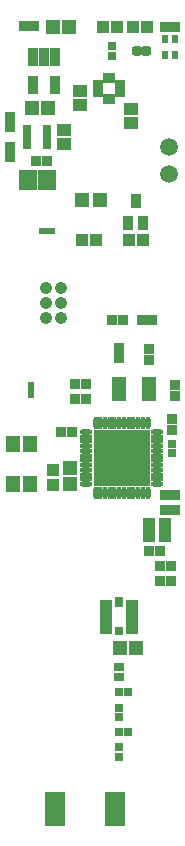
<source format=gtp>
G04*
G04 #@! TF.GenerationSoftware,Altium Limited,Altium Designer,20.2.5 (213)*
G04*
G04 Layer_Color=8421504*
%FSLAX25Y25*%
%MOIN*%
G70*
G04*
G04 #@! TF.SameCoordinates,4658FE5A-7A30-472D-B718-34B1B9A5D075*
G04*
G04*
G04 #@! TF.FilePolarity,Positive*
G04*
G01*
G75*
%ADD18R,0.05134X0.05528*%
%ADD19R,0.04347X0.03953*%
%ADD20R,0.04937X0.04543*%
%ADD21R,0.04740X0.04740*%
%ADD22R,0.03953X0.04347*%
%ADD23R,0.03756X0.04543*%
%ADD24R,0.03520X0.03362*%
%ADD25R,0.03559X0.03362*%
%ADD26R,0.03362X0.03520*%
%ADD27C,0.05921*%
%ADD28R,0.04543X0.04937*%
%ADD29C,0.04098*%
%ADD30R,0.03126X0.03165*%
%ADD31R,0.04937X0.08087*%
%ADD32R,0.03264X0.01984*%
%ADD33R,0.01984X0.03264*%
%ADD34O,0.03465X0.01890*%
%ADD35R,0.02378X0.02732*%
%ADD36R,0.02732X0.02378*%
%ADD37R,0.19110X0.19110*%
%ADD38O,0.04150X0.01787*%
%ADD39O,0.01787X0.04150*%
%ADD40R,0.03165X0.03126*%
%ADD41R,0.02870X0.02181*%
%ADD42R,0.04543X0.04150*%
%ADD43R,0.03200X0.06200*%
%ADD44R,0.02181X0.02969*%
%ADD45R,0.03362X0.03559*%
%ADD46R,0.03362X0.02969*%
%ADD47R,0.04937X0.04150*%
%ADD48R,0.06906X0.11236*%
%ADD49R,0.06118X0.06512*%
%ADD50R,0.03165X0.03756*%
%ADD51R,0.04150X0.11433*%
%ADD52R,0.03165X0.03165*%
D18*
X382146Y244406D02*
D03*
Y257594D02*
D03*
X387854D02*
D03*
Y244406D02*
D03*
D19*
X395500Y244138D02*
D03*
Y248862D02*
D03*
X432657Y226933D02*
D03*
X427343D02*
D03*
Y231067D02*
D03*
X432657D02*
D03*
D20*
X401000Y244342D02*
D03*
Y249658D02*
D03*
D21*
X405047Y339000D02*
D03*
X410953D02*
D03*
D22*
X409862Y325500D02*
D03*
X405138D02*
D03*
X425362D02*
D03*
X420638D02*
D03*
X412138Y396500D02*
D03*
X416862D02*
D03*
X422138D02*
D03*
X426862D02*
D03*
D23*
X420441Y331260D02*
D03*
X425559D02*
D03*
X423000Y338740D02*
D03*
D24*
X381000Y366732D02*
D03*
Y363268D02*
D03*
X435205Y262449D02*
D03*
Y265913D02*
D03*
X436000Y277232D02*
D03*
Y273768D02*
D03*
X427500Y285768D02*
D03*
Y289232D02*
D03*
X417500Y286268D02*
D03*
Y289732D02*
D03*
D25*
X415135Y298989D02*
D03*
X418679D02*
D03*
X402728Y277500D02*
D03*
X406272D02*
D03*
X402728Y272500D02*
D03*
X406272D02*
D03*
X389756Y352000D02*
D03*
X393299D02*
D03*
D26*
X425000Y299000D02*
D03*
X428465D02*
D03*
X432768Y235500D02*
D03*
X436232D02*
D03*
X434732Y212000D02*
D03*
X431268D02*
D03*
X434732Y217000D02*
D03*
X431268D02*
D03*
X431000Y222000D02*
D03*
X427535D02*
D03*
X389232Y397000D02*
D03*
X385768D02*
D03*
X432768Y240500D02*
D03*
X436232D02*
D03*
X401732Y261768D02*
D03*
X398268D02*
D03*
X436232Y396500D02*
D03*
X432768D02*
D03*
D27*
X434000Y356500D02*
D03*
Y347500D02*
D03*
D28*
X400658Y396500D02*
D03*
X395342D02*
D03*
X393657Y369500D02*
D03*
X388342D02*
D03*
X417842Y189500D02*
D03*
X423158D02*
D03*
D29*
X398000Y299500D02*
D03*
Y304500D02*
D03*
X393000Y309500D02*
D03*
Y304500D02*
D03*
Y299500D02*
D03*
X398000Y309500D02*
D03*
D30*
X414947Y387142D02*
D03*
Y390213D02*
D03*
X417500Y153465D02*
D03*
Y156535D02*
D03*
Y169808D02*
D03*
Y166737D02*
D03*
X435232Y254752D02*
D03*
Y257823D02*
D03*
D31*
X427421Y276000D02*
D03*
X417579D02*
D03*
D32*
X417606Y376174D02*
D03*
Y378142D02*
D03*
X410425D02*
D03*
Y376174D02*
D03*
Y374205D02*
D03*
X417606D02*
D03*
D33*
X415000Y379768D02*
D03*
X413031D02*
D03*
Y372579D02*
D03*
X415000D02*
D03*
D34*
X423425Y387903D02*
D03*
X426575D02*
D03*
Y389478D02*
D03*
X423425D02*
D03*
D35*
X388000Y274316D02*
D03*
Y276875D02*
D03*
D36*
X394779Y328500D02*
D03*
X392220D02*
D03*
D37*
X418287Y253000D02*
D03*
D38*
X430098Y261661D02*
D03*
Y260087D02*
D03*
Y258512D02*
D03*
Y256937D02*
D03*
Y255362D02*
D03*
Y253787D02*
D03*
Y252213D02*
D03*
Y250638D02*
D03*
Y249063D02*
D03*
Y247488D02*
D03*
Y245913D02*
D03*
Y244339D02*
D03*
X406476D02*
D03*
Y245913D02*
D03*
Y247488D02*
D03*
Y249063D02*
D03*
Y250638D02*
D03*
Y252213D02*
D03*
Y253787D02*
D03*
Y255362D02*
D03*
Y256937D02*
D03*
Y258512D02*
D03*
Y260087D02*
D03*
Y261661D02*
D03*
D39*
X426949Y241189D02*
D03*
X425374D02*
D03*
X423799D02*
D03*
X422224D02*
D03*
X420650D02*
D03*
X419075D02*
D03*
X417500D02*
D03*
X415925D02*
D03*
X414350D02*
D03*
X412776D02*
D03*
X411201D02*
D03*
X409626D02*
D03*
Y264811D02*
D03*
X411201D02*
D03*
X412776D02*
D03*
X414350D02*
D03*
X415925D02*
D03*
X417500D02*
D03*
X419075D02*
D03*
X420650D02*
D03*
X422224D02*
D03*
X423799D02*
D03*
X425374D02*
D03*
X426949D02*
D03*
D40*
X420571Y161636D02*
D03*
X417500D02*
D03*
X420571Y174908D02*
D03*
X417500D02*
D03*
D41*
X393299Y357047D02*
D03*
Y359016D02*
D03*
Y360984D02*
D03*
Y362953D02*
D03*
X386701D02*
D03*
Y360984D02*
D03*
Y359016D02*
D03*
Y357047D02*
D03*
D42*
X421500Y369461D02*
D03*
Y364539D02*
D03*
X404500Y375461D02*
D03*
Y370539D02*
D03*
D43*
X396240Y386700D02*
D03*
X392500D02*
D03*
X388760D02*
D03*
Y377300D02*
D03*
X396240D02*
D03*
D44*
X432925Y392831D02*
D03*
X436075D02*
D03*
Y387319D02*
D03*
X432925D02*
D03*
D45*
X381000Y353228D02*
D03*
Y356772D02*
D03*
D46*
X417500Y183395D02*
D03*
Y179930D02*
D03*
D47*
X399000Y362461D02*
D03*
Y357539D02*
D03*
D48*
X395961Y136000D02*
D03*
X416039D02*
D03*
D49*
X393299Y345500D02*
D03*
X387000D02*
D03*
D50*
X417500Y204900D02*
D03*
D51*
X421732Y200000D02*
D03*
X413268D02*
D03*
D52*
X417500Y195200D02*
D03*
M02*

</source>
